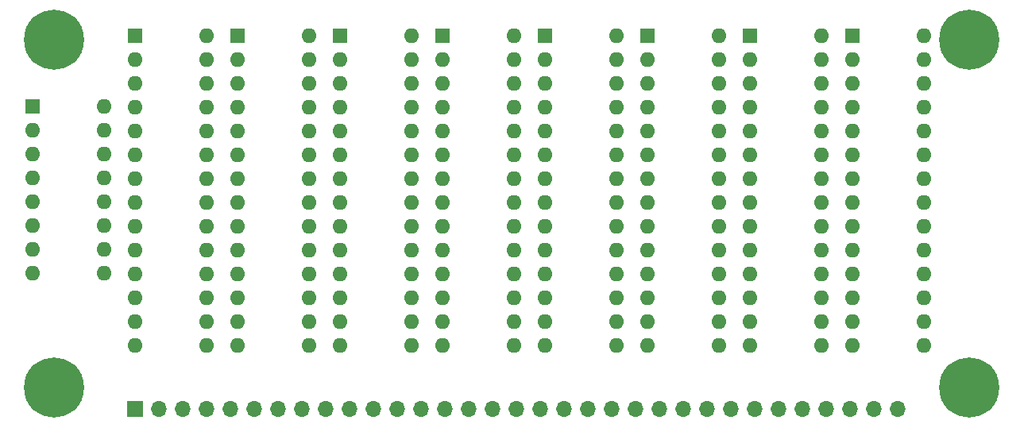
<source format=gts>
G04 #@! TF.GenerationSoftware,KiCad,Pcbnew,(5.1.9-0-10_14)*
G04 #@! TF.CreationDate,2021-06-10T12:38:53+02:00*
G04 #@! TF.ProjectId,video_memory,76696465-6f5f-46d6-956d-6f72792e6b69,rev?*
G04 #@! TF.SameCoordinates,Original*
G04 #@! TF.FileFunction,Soldermask,Top*
G04 #@! TF.FilePolarity,Negative*
%FSLAX46Y46*%
G04 Gerber Fmt 4.6, Leading zero omitted, Abs format (unit mm)*
G04 Created by KiCad (PCBNEW (5.1.9-0-10_14)) date 2021-06-10 12:38:53*
%MOMM*%
%LPD*%
G01*
G04 APERTURE LIST*
%ADD10O,1.600000X1.600000*%
%ADD11R,1.600000X1.600000*%
%ADD12C,6.400000*%
%ADD13O,1.700000X1.700000*%
%ADD14R,1.700000X1.700000*%
G04 APERTURE END LIST*
D10*
X96266000Y-85905000D03*
X88646000Y-118925000D03*
X96266000Y-88445000D03*
X88646000Y-116385000D03*
X96266000Y-90985000D03*
X88646000Y-113845000D03*
X96266000Y-93525000D03*
X88646000Y-111305000D03*
X96266000Y-96065000D03*
X88646000Y-108765000D03*
X96266000Y-98605000D03*
X88646000Y-106225000D03*
X96266000Y-101145000D03*
X88646000Y-103685000D03*
X96266000Y-103685000D03*
X88646000Y-101145000D03*
X96266000Y-106225000D03*
X88646000Y-98605000D03*
X96266000Y-108765000D03*
X88646000Y-96065000D03*
X96266000Y-111305000D03*
X88646000Y-93525000D03*
X96266000Y-113845000D03*
X88646000Y-90985000D03*
X96266000Y-116385000D03*
X88646000Y-88445000D03*
X96266000Y-118925000D03*
D11*
X88646000Y-85905000D03*
D10*
X85344000Y-93472000D03*
X77724000Y-111252000D03*
X85344000Y-96012000D03*
X77724000Y-108712000D03*
X85344000Y-98552000D03*
X77724000Y-106172000D03*
X85344000Y-101092000D03*
X77724000Y-103632000D03*
X85344000Y-103632000D03*
X77724000Y-101092000D03*
X85344000Y-106172000D03*
X77724000Y-98552000D03*
X85344000Y-108712000D03*
X77724000Y-96012000D03*
X85344000Y-111252000D03*
D11*
X77724000Y-93472000D03*
D12*
X177546000Y-123444000D03*
X177546000Y-86360000D03*
X80010000Y-123444000D03*
X80010000Y-86360000D03*
D10*
X172720000Y-85905000D03*
X165100000Y-118925000D03*
X172720000Y-88445000D03*
X165100000Y-116385000D03*
X172720000Y-90985000D03*
X165100000Y-113845000D03*
X172720000Y-93525000D03*
X165100000Y-111305000D03*
X172720000Y-96065000D03*
X165100000Y-108765000D03*
X172720000Y-98605000D03*
X165100000Y-106225000D03*
X172720000Y-101145000D03*
X165100000Y-103685000D03*
X172720000Y-103685000D03*
X165100000Y-101145000D03*
X172720000Y-106225000D03*
X165100000Y-98605000D03*
X172720000Y-108765000D03*
X165100000Y-96065000D03*
X172720000Y-111305000D03*
X165100000Y-93525000D03*
X172720000Y-113845000D03*
X165100000Y-90985000D03*
X172720000Y-116385000D03*
X165100000Y-88445000D03*
X172720000Y-118925000D03*
D11*
X165100000Y-85905000D03*
D10*
X161798000Y-85905000D03*
X154178000Y-118925000D03*
X161798000Y-88445000D03*
X154178000Y-116385000D03*
X161798000Y-90985000D03*
X154178000Y-113845000D03*
X161798000Y-93525000D03*
X154178000Y-111305000D03*
X161798000Y-96065000D03*
X154178000Y-108765000D03*
X161798000Y-98605000D03*
X154178000Y-106225000D03*
X161798000Y-101145000D03*
X154178000Y-103685000D03*
X161798000Y-103685000D03*
X154178000Y-101145000D03*
X161798000Y-106225000D03*
X154178000Y-98605000D03*
X161798000Y-108765000D03*
X154178000Y-96065000D03*
X161798000Y-111305000D03*
X154178000Y-93525000D03*
X161798000Y-113845000D03*
X154178000Y-90985000D03*
X161798000Y-116385000D03*
X154178000Y-88445000D03*
X161798000Y-118925000D03*
D11*
X154178000Y-85905000D03*
D10*
X150876000Y-85905000D03*
X143256000Y-118925000D03*
X150876000Y-88445000D03*
X143256000Y-116385000D03*
X150876000Y-90985000D03*
X143256000Y-113845000D03*
X150876000Y-93525000D03*
X143256000Y-111305000D03*
X150876000Y-96065000D03*
X143256000Y-108765000D03*
X150876000Y-98605000D03*
X143256000Y-106225000D03*
X150876000Y-101145000D03*
X143256000Y-103685000D03*
X150876000Y-103685000D03*
X143256000Y-101145000D03*
X150876000Y-106225000D03*
X143256000Y-98605000D03*
X150876000Y-108765000D03*
X143256000Y-96065000D03*
X150876000Y-111305000D03*
X143256000Y-93525000D03*
X150876000Y-113845000D03*
X143256000Y-90985000D03*
X150876000Y-116385000D03*
X143256000Y-88445000D03*
X150876000Y-118925000D03*
D11*
X143256000Y-85905000D03*
D10*
X139954000Y-85905000D03*
X132334000Y-118925000D03*
X139954000Y-88445000D03*
X132334000Y-116385000D03*
X139954000Y-90985000D03*
X132334000Y-113845000D03*
X139954000Y-93525000D03*
X132334000Y-111305000D03*
X139954000Y-96065000D03*
X132334000Y-108765000D03*
X139954000Y-98605000D03*
X132334000Y-106225000D03*
X139954000Y-101145000D03*
X132334000Y-103685000D03*
X139954000Y-103685000D03*
X132334000Y-101145000D03*
X139954000Y-106225000D03*
X132334000Y-98605000D03*
X139954000Y-108765000D03*
X132334000Y-96065000D03*
X139954000Y-111305000D03*
X132334000Y-93525000D03*
X139954000Y-113845000D03*
X132334000Y-90985000D03*
X139954000Y-116385000D03*
X132334000Y-88445000D03*
X139954000Y-118925000D03*
D11*
X132334000Y-85905000D03*
D10*
X129032000Y-85905000D03*
X121412000Y-118925000D03*
X129032000Y-88445000D03*
X121412000Y-116385000D03*
X129032000Y-90985000D03*
X121412000Y-113845000D03*
X129032000Y-93525000D03*
X121412000Y-111305000D03*
X129032000Y-96065000D03*
X121412000Y-108765000D03*
X129032000Y-98605000D03*
X121412000Y-106225000D03*
X129032000Y-101145000D03*
X121412000Y-103685000D03*
X129032000Y-103685000D03*
X121412000Y-101145000D03*
X129032000Y-106225000D03*
X121412000Y-98605000D03*
X129032000Y-108765000D03*
X121412000Y-96065000D03*
X129032000Y-111305000D03*
X121412000Y-93525000D03*
X129032000Y-113845000D03*
X121412000Y-90985000D03*
X129032000Y-116385000D03*
X121412000Y-88445000D03*
X129032000Y-118925000D03*
D11*
X121412000Y-85905000D03*
D10*
X118110000Y-85905000D03*
X110490000Y-118925000D03*
X118110000Y-88445000D03*
X110490000Y-116385000D03*
X118110000Y-90985000D03*
X110490000Y-113845000D03*
X118110000Y-93525000D03*
X110490000Y-111305000D03*
X118110000Y-96065000D03*
X110490000Y-108765000D03*
X118110000Y-98605000D03*
X110490000Y-106225000D03*
X118110000Y-101145000D03*
X110490000Y-103685000D03*
X118110000Y-103685000D03*
X110490000Y-101145000D03*
X118110000Y-106225000D03*
X110490000Y-98605000D03*
X118110000Y-108765000D03*
X110490000Y-96065000D03*
X118110000Y-111305000D03*
X110490000Y-93525000D03*
X118110000Y-113845000D03*
X110490000Y-90985000D03*
X118110000Y-116385000D03*
X110490000Y-88445000D03*
X118110000Y-118925000D03*
D11*
X110490000Y-85905000D03*
D10*
X107188000Y-85905000D03*
X99568000Y-118925000D03*
X107188000Y-88445000D03*
X99568000Y-116385000D03*
X107188000Y-90985000D03*
X99568000Y-113845000D03*
X107188000Y-93525000D03*
X99568000Y-111305000D03*
X107188000Y-96065000D03*
X99568000Y-108765000D03*
X107188000Y-98605000D03*
X99568000Y-106225000D03*
X107188000Y-101145000D03*
X99568000Y-103685000D03*
X107188000Y-103685000D03*
X99568000Y-101145000D03*
X107188000Y-106225000D03*
X99568000Y-98605000D03*
X107188000Y-108765000D03*
X99568000Y-96065000D03*
X107188000Y-111305000D03*
X99568000Y-93525000D03*
X107188000Y-113845000D03*
X99568000Y-90985000D03*
X107188000Y-116385000D03*
X99568000Y-88445000D03*
X107188000Y-118925000D03*
D11*
X99568000Y-85905000D03*
D13*
X169926000Y-125730000D03*
X167386000Y-125730000D03*
X164846000Y-125730000D03*
X162306000Y-125730000D03*
X159766000Y-125730000D03*
X157226000Y-125730000D03*
X154686000Y-125730000D03*
X152146000Y-125730000D03*
X149606000Y-125730000D03*
X147066000Y-125730000D03*
X144526000Y-125730000D03*
X141986000Y-125730000D03*
X139446000Y-125730000D03*
X136906000Y-125730000D03*
X134366000Y-125730000D03*
X131826000Y-125730000D03*
X129286000Y-125730000D03*
X126746000Y-125730000D03*
X124206000Y-125730000D03*
X121666000Y-125730000D03*
X119126000Y-125730000D03*
X116586000Y-125730000D03*
X114046000Y-125730000D03*
X111506000Y-125730000D03*
X108966000Y-125730000D03*
X106426000Y-125730000D03*
X103886000Y-125730000D03*
X101346000Y-125730000D03*
X98806000Y-125730000D03*
X96266000Y-125730000D03*
X93726000Y-125730000D03*
X91186000Y-125730000D03*
D14*
X88646000Y-125730000D03*
M02*

</source>
